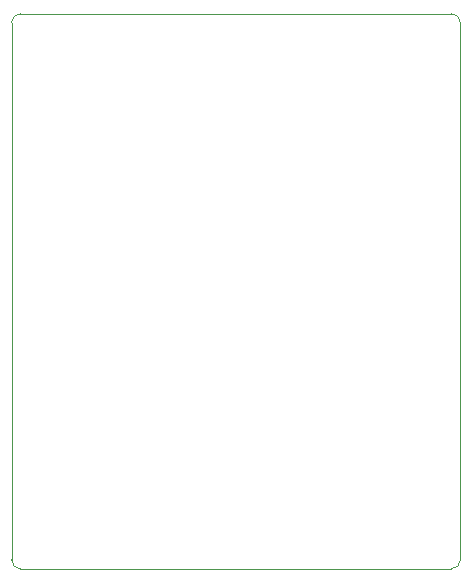
<source format=gbr>
%TF.GenerationSoftware,KiCad,Pcbnew,8.0.3*%
%TF.CreationDate,2024-07-09T10:02:45+02:00*%
%TF.ProjectId,Krabbler,4b726162-626c-4657-922e-6b696361645f,24.1*%
%TF.SameCoordinates,Original*%
%TF.FileFunction,Profile,NP*%
%FSLAX46Y46*%
G04 Gerber Fmt 4.6, Leading zero omitted, Abs format (unit mm)*
G04 Created by KiCad (PCBNEW 8.0.3) date 2024-07-09 10:02:45*
%MOMM*%
%LPD*%
G01*
G04 APERTURE LIST*
%TA.AperFunction,Profile*%
%ADD10C,0.050000*%
%TD*%
G04 APERTURE END LIST*
D10*
X98350000Y-76790000D02*
X61850000Y-76790000D01*
X99100000Y-76040000D02*
G75*
G02*
X98350000Y-76790000I-750000J0D01*
G01*
X61850000Y-29790000D02*
X98350000Y-29790000D01*
X61850000Y-76790000D02*
G75*
G02*
X61100000Y-76040000I0J750000D01*
G01*
X61100000Y-30540000D02*
G75*
G02*
X61850000Y-29790000I750000J0D01*
G01*
X99100000Y-30540000D02*
X99100000Y-76040000D01*
X98350000Y-29790000D02*
G75*
G02*
X99100000Y-30540000I0J-750000D01*
G01*
X61100000Y-76040000D02*
X61100000Y-30540000D01*
M02*

</source>
